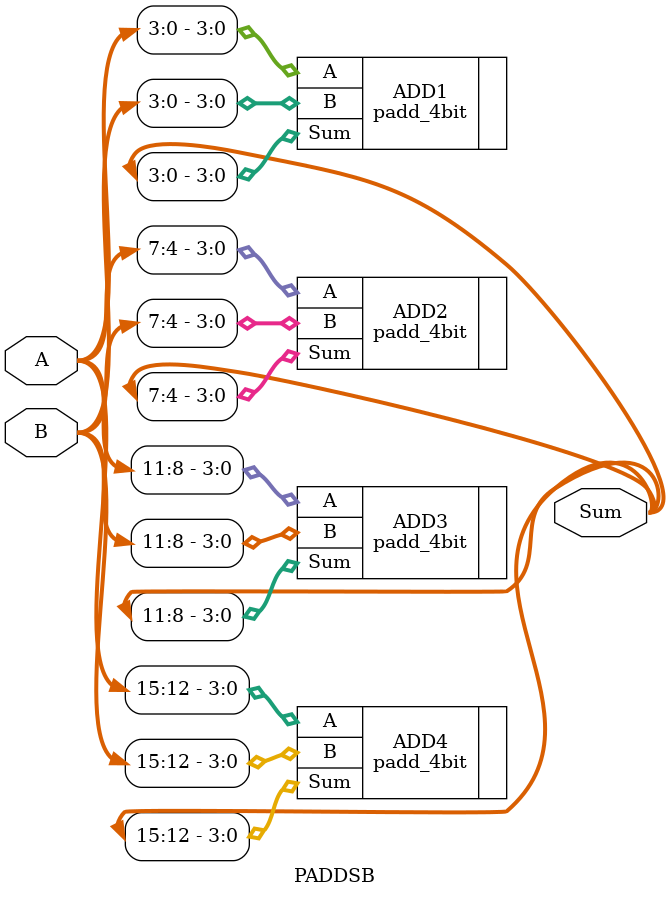
<source format=v>
module PADDSB (Sum, A, B);
input [15:0] A, B; // Input data values
output [15:0] Sum; // Sum output
/*paddSb_4bit ADD1(.Sum(Sum[3:0]),.Ovfl(Ovfl[0]), .A(A[3:0]), .B(B[3:0])); 
paddSb_4bit ADD2(.Sum(Sum[7:4]),.Ovfl(Ovfl[1]), .A(A[7:4]), .B(B[7:4])); 
paddSb_4bit ADD3(.Sum(Sum[11:8]),.Ovfl(Ovfl[2]), .A(A[11:8]), .B(B[11:8])); 
paddSb_4bit ADD4(.Sum(Sum[15:12]),.Ovfl(Ovfl[3]), .A(A[15:12]), .B(B[15:12]));*/

padd_4bit ADD1(.Sum(Sum[3:0]), .A(A[3:0]), .B(B[3:0])); 
padd_4bit ADD2(.Sum(Sum[7:4]), .A(A[7:4]), .B(B[7:4])); 
padd_4bit ADD3(.Sum(Sum[11:8]), .A(A[11:8]), .B(B[11:8])); 
padd_4bit ADD4(.Sum(Sum[15:12]), .A(A[15:12]), .B(B[15:12])); 

endmodule

</source>
